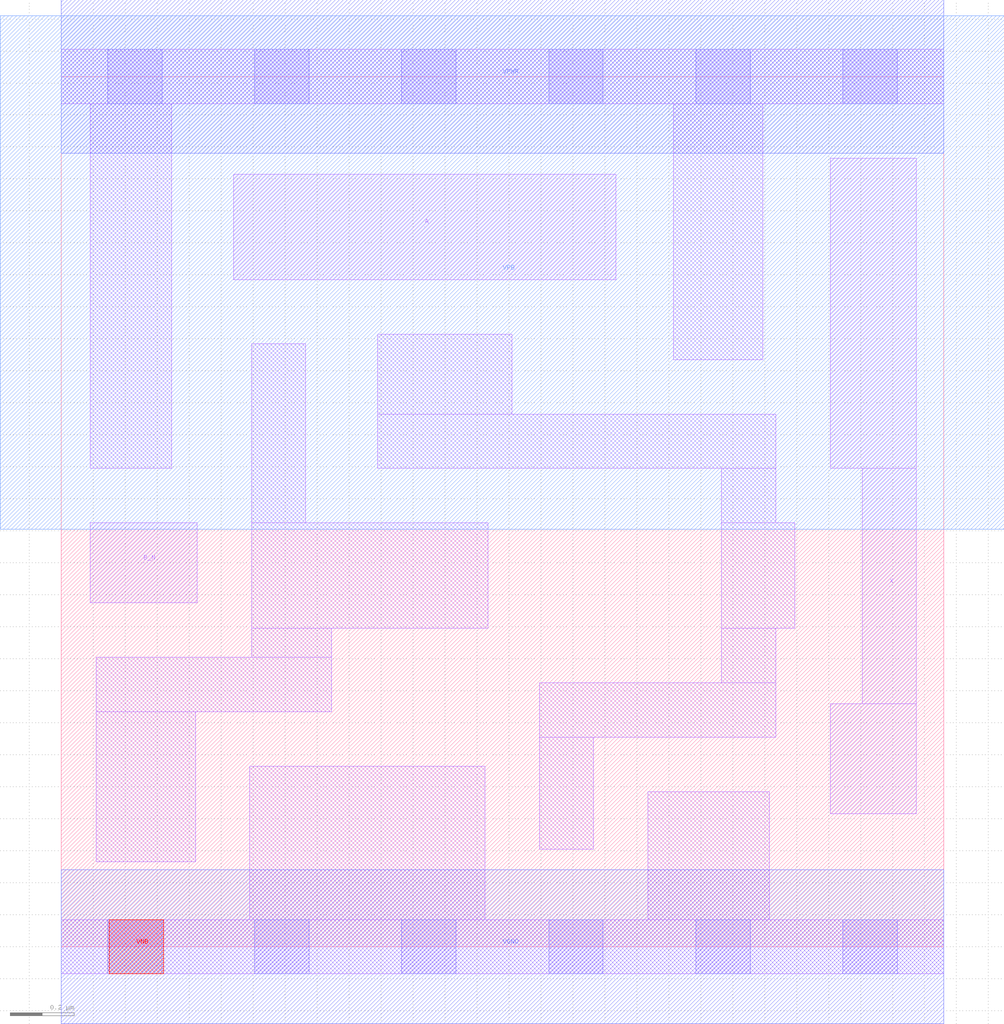
<source format=lef>
# Copyright 2020 The SkyWater PDK Authors
#
# Licensed under the Apache License, Version 2.0 (the "License");
# you may not use this file except in compliance with the License.
# You may obtain a copy of the License at
#
#     https://www.apache.org/licenses/LICENSE-2.0
#
# Unless required by applicable law or agreed to in writing, software
# distributed under the License is distributed on an "AS IS" BASIS,
# WITHOUT WARRANTIES OR CONDITIONS OF ANY KIND, either express or implied.
# See the License for the specific language governing permissions and
# limitations under the License.
#
# SPDX-License-Identifier: Apache-2.0

VERSION 5.7 ;
  NOWIREEXTENSIONATPIN ON ;
  DIVIDERCHAR "/" ;
  BUSBITCHARS "[]" ;
MACRO sky130_fd_sc_hd__or2b_1
  CLASS CORE ;
  FOREIGN sky130_fd_sc_hd__or2b_1 ;
  ORIGIN  0.000000  0.000000 ;
  SIZE  2.760000 BY  2.720000 ;
  SYMMETRY X Y R90 ;
  SITE unithd ;
  PIN A
    ANTENNAGATEAREA  0.126000 ;
    DIRECTION INPUT ;
    USE SIGNAL ;
    PORT
      LAYER li1 ;
        RECT 0.540000 2.085000 1.735000 2.415000 ;
    END
  END A
  PIN B_N
    ANTENNAGATEAREA  0.126000 ;
    DIRECTION INPUT ;
    USE SIGNAL ;
    PORT
      LAYER li1 ;
        RECT 0.090000 1.075000 0.425000 1.325000 ;
    END
  END B_N
  PIN X
    ANTENNADIFFAREA  0.445500 ;
    DIRECTION OUTPUT ;
    USE SIGNAL ;
    PORT
      LAYER li1 ;
        RECT 2.405000 0.415000 2.675000 0.760000 ;
        RECT 2.405000 1.495000 2.675000 2.465000 ;
        RECT 2.505000 0.760000 2.675000 1.495000 ;
    END
  END X
  PIN VGND
    DIRECTION INOUT ;
    SHAPE ABUTMENT ;
    USE GROUND ;
    PORT
      LAYER met1 ;
        RECT 0.000000 -0.240000 2.760000 0.240000 ;
    END
  END VGND
  PIN VNB
    DIRECTION INOUT ;
    USE GROUND ;
    PORT
      LAYER pwell ;
        RECT 0.150000 -0.085000 0.320000 0.085000 ;
    END
  END VNB
  PIN VPB
    DIRECTION INOUT ;
    USE POWER ;
    PORT
      LAYER nwell ;
        RECT -0.190000 1.305000 2.950000 2.910000 ;
    END
  END VPB
  PIN VPWR
    DIRECTION INOUT ;
    SHAPE ABUTMENT ;
    USE POWER ;
    PORT
      LAYER met1 ;
        RECT 0.000000 2.480000 2.760000 2.960000 ;
    END
  END VPWR
  OBS
    LAYER li1 ;
      RECT 0.000000 -0.085000 2.760000 0.085000 ;
      RECT 0.000000  2.635000 2.760000 2.805000 ;
      RECT 0.090000  1.495000 0.345000 2.635000 ;
      RECT 0.110000  0.265000 0.420000 0.735000 ;
      RECT 0.110000  0.735000 0.845000 0.905000 ;
      RECT 0.590000  0.085000 1.325000 0.565000 ;
      RECT 0.595000  0.905000 0.845000 0.995000 ;
      RECT 0.595000  0.995000 1.335000 1.325000 ;
      RECT 0.595000  1.325000 0.765000 1.885000 ;
      RECT 0.990000  1.495000 2.235000 1.665000 ;
      RECT 0.990000  1.665000 1.410000 1.915000 ;
      RECT 1.495000  0.305000 1.665000 0.655000 ;
      RECT 1.495000  0.655000 2.235000 0.825000 ;
      RECT 1.835000  0.085000 2.215000 0.485000 ;
      RECT 1.915000  1.835000 2.195000 2.635000 ;
      RECT 2.065000  0.825000 2.235000 0.995000 ;
      RECT 2.065000  0.995000 2.295000 1.325000 ;
      RECT 2.065000  1.325000 2.235000 1.495000 ;
    LAYER mcon ;
      RECT 0.145000 -0.085000 0.315000 0.085000 ;
      RECT 0.145000  2.635000 0.315000 2.805000 ;
      RECT 0.605000 -0.085000 0.775000 0.085000 ;
      RECT 0.605000  2.635000 0.775000 2.805000 ;
      RECT 1.065000 -0.085000 1.235000 0.085000 ;
      RECT 1.065000  2.635000 1.235000 2.805000 ;
      RECT 1.525000 -0.085000 1.695000 0.085000 ;
      RECT 1.525000  2.635000 1.695000 2.805000 ;
      RECT 1.985000 -0.085000 2.155000 0.085000 ;
      RECT 1.985000  2.635000 2.155000 2.805000 ;
      RECT 2.445000 -0.085000 2.615000 0.085000 ;
      RECT 2.445000  2.635000 2.615000 2.805000 ;
  END
END sky130_fd_sc_hd__or2b_1
END LIBRARY

</source>
